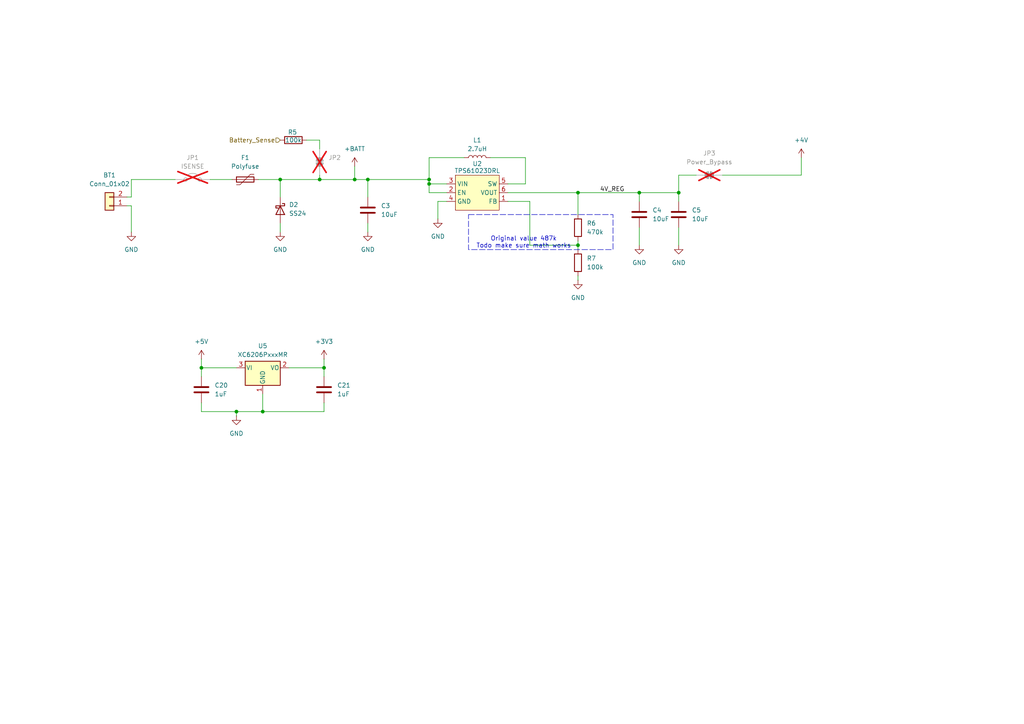
<source format=kicad_sch>
(kicad_sch (version 20231120) (generator "eeschema") (generator_version "8.0")
  (paper "A4")
  (lib_symbols
    (symbol "Connector_Generic:Conn_01x02" (pin_names (offset 1.016) hide)
      (property "Reference" "J" (at 0 2.54 0))
      (property "Value" "Conn_01x02" (at 0 -5.08 0))
      (symbol "Conn_01x02_1_1"
        (rectangle (start -1.27 -2.413) (end 0 -2.667) (stroke (width 0.1524)))
        (rectangle (start -1.27 0.127) (end 0 -0.127) (stroke (width 0.1524)))
        (rectangle (start -1.27 1.27) (end 1.27 -3.81) (stroke (width 0.254)) (fill (type background)))
        (pin passive line (at -5.08 0 0) (length 3.81) (name "Pin_1") (number "1"))
        (pin passive line (at -5.08 -2.54 0) (length 3.81) (name "Pin_2") (number "2"))
      )
    )
    (symbol "Device:C" (pin_numbers hide) (pin_names (offset 0.254))
      (property "Reference" "C" (at 0.635 2.54 0))
      (property "Value" "C" (at 0.635 -2.54 0))
      (symbol "C_0_1"
        (polyline (pts (xy -2.032 -0.762) (xy 2.032 -0.762)) (stroke (width 0.508)))
        (polyline (pts (xy -2.032 0.762) (xy 2.032 0.762)) (stroke (width 0.508)))
      )
      (symbol "C_1_1"
        (pin passive line (at 0 3.81 270) (length 2.794) (name "~") (number "1"))
        (pin passive line (at 0 -3.81 90) (length 2.794) (name "~") (number "2"))
      )
    )
    (symbol "Device:D_Schottky" (pin_numbers hide) (pin_names (offset 1.016) hide)
      (property "Reference" "D" (at 0 2.54 0))
      (property "Value" "D_Schottky" (at 0 -2.54 0))
      (symbol "D_Schottky_0_1"
        (polyline (pts (xy 1.27 0) (xy -1.27 0)))
        (polyline (pts (xy 1.27 1.27) (xy 1.27 -1.27) (xy -1.27 0) (xy 1.27 1.27)) (stroke (width 0.254)))
        (polyline (pts (xy -1.905 0.635) (xy -1.905 1.27) (xy -1.27 1.27) (xy -1.27 -1.27) (xy -0.635 -1.27) (xy -0.635 -0.635)) (stroke (width 0.254)))
      )
      (symbol "D_Schottky_1_1"
        (pin passive line (at -3.81 0 0) (length 2.54) (name "K") (number "1"))
        (pin passive line (at 3.81 0 180) (length 2.54) (name "A") (number "2"))
      )
    )
    (symbol "Device:L" (pin_numbers hide) (pin_names (offset 1.016) hide)
      (property "Reference" "L" (at -1.27 0 90))
      (property "Value" "L" (at 1.905 0 90))
      (symbol "L_0_1"
        (arc (start 0 -2.54) (mid 0.6323 -1.905) (end 0 -1.27))
        (arc (start 0 -1.27) (mid 0.6323 -0.635) (end 0 0))
        (arc (start 0 0) (mid 0.6323 0.635) (end 0 1.27))
        (arc (start 0 1.27) (mid 0.6323 1.905) (end 0 2.54))
      )
      (symbol "L_1_1"
        (pin passive line (at 0 3.81 270) (length 1.27) (name "1") (number "1"))
        (pin passive line (at 0 -3.81 90) (length 1.27) (name "2") (number "2"))
      )
    )
    (symbol "Device:Polyfuse" (pin_numbers hide) (pin_names (offset 0))
      (property "Reference" "F" (at -2.54 0 90))
      (property "Value" "Polyfuse" (at 2.54 0 90))
      (symbol "Polyfuse_0_1"
        (rectangle (start -0.762 2.54) (end 0.762 -2.54) (stroke (width 0.254)))
        (polyline (pts (xy 0 2.54) (xy 0 -2.54)))
        (polyline (pts (xy -1.524 2.54) (xy -1.524 1.524) (xy 1.524 -1.524) (xy 1.524 -2.54)))
      )
      (symbol "Polyfuse_1_1"
        (pin passive line (at 0 3.81 270) (length 1.27) (name "~") (number "1"))
        (pin passive line (at 0 -3.81 90) (length 1.27) (name "~") (number "2"))
      )
    )
    (symbol "Device:R" (pin_numbers hide) (pin_names (offset 0))
      (property "Reference" "R" (at 2.032 0 90))
      (property "Value" "R" (at 0 0 90))
      (symbol "R_0_1"
        (rectangle (start -1.016 -2.54) (end 1.016 2.54) (stroke (width 0.254)))
      )
      (symbol "R_1_1"
        (pin passive line (at 0 3.81 270) (length 1.27) (name "~") (number "1"))
        (pin passive line (at 0 -3.81 90) (length 1.27) (name "~") (number "2"))
      )
    )
    (symbol "Jumper:Jumper_2_Open" (pin_numbers hide) (pin_names (offset 0) hide) (exclude_from_sim yes)
      (property "Reference" "JP" (at 0 2.794 0))
      (property "Value" "Jumper_2_Open" (at 0 -2.286 0))
      (symbol "Jumper_2_Open_0_0"
        (circle (center -2.032 0) (radius 0.508))
        (circle (center 2.032 0) (radius 0.508))
      )
      (symbol "Jumper_2_Open_0_1"
        (arc (start 1.524 1.27) (mid 0 1.778) (end -1.524 1.27))
      )
      (symbol "Jumper_2_Open_1_1"
        (pin passive line (at -5.08 0 0) (length 2.54) (name "A") (number "1"))
        (pin passive line (at 5.08 0 180) (length 2.54) (name "B") (number "2"))
      )
    )
    (symbol "Jumper:SolderJumper_2_Bridged" (pin_numbers hide) (pin_names (offset 0) hide) (exclude_from_sim yes) (in_bom no)
      (property "Reference" "JP" (at 0 2.032 0))
      (property "Value" "SolderJumper_2_Bridged" (at 0 -2.54 0))
      (symbol "SolderJumper_2_Bridged_0_1"
        (rectangle (start -0.508 0.508) (end 0.508 -0.508) (fill (type outline)))
        (arc (start -0.254 1.016) (mid -1.2656 0) (end -0.254 -1.016))
        (arc (start -0.254 1.016) (mid -1.2656 0) (end -0.254 -1.016) (fill (type outline)))
        (polyline (pts (xy -0.254 1.016) (xy -0.254 -1.016)))
        (polyline (pts (xy 0.254 1.016) (xy 0.254 -1.016)))
        (arc (start 0.254 -1.016) (mid 1.2656 0) (end 0.254 1.016))
        (arc (start 0.254 -1.016) (mid 1.2656 0) (end 0.254 1.016) (fill (type outline)))
      )
      (symbol "SolderJumper_2_Bridged_1_1"
        (pin passive line (at -3.81 0 0) (length 2.54) (name "A") (number "1"))
        (pin passive line (at 3.81 0 180) (length 2.54) (name "B") (number "2"))
      )
    )
    (symbol "Regulator_Linear:XC6206PxxxMR" (pin_names (offset 0.254))
      (property "Reference" "U" (at -3.81 3.175 0))
      (property "Value" "XC6206PxxxMR" (at 0 3.175 0))
      (symbol "XC6206PxxxMR_0_1"
        (rectangle (start -5.08 1.905) (end 5.08 -5.08) (stroke (width 0.254)) (fill (type background)))
      )
      (symbol "XC6206PxxxMR_1_1"
        (pin power_in line (at 0 -7.62 90) (length 2.54) (name "GND") (number "1"))
        (pin power_out line (at 7.62 0 180) (length 2.54) (name "VO") (number "2"))
        (pin power_in line (at -7.62 0 0) (length 2.54) (name "VI") (number "3"))
      )
    )
    (symbol "cat:TPS61023DRL"
      (property "Reference" "U" (at 0 2.794 0))
      (property "Value" "TPS61023DRL" (at 0 1.016 0))
      (property "LCSC Part #" "C919459" (at 0 0 0))
      (symbol "TPS61023DRL_1_1"
        (rectangle (start -6.35 0) (end 6.35 -10.16) (fill (type background)))
        (pin input line (at 8.89 -7.62 180) (length 2.54) (name "FB") (number "1"))
        (pin input line (at -8.89 -5.08 0) (length 2.54) (name "EN") (number "2"))
        (pin power_in line (at -8.89 -2.54 0) (length 2.54) (name "VIN") (number "3"))
        (pin power_in line (at -8.89 -7.62 0) (length 2.54) (name "GND") (number "4"))
        (pin unspecified line (at 8.89 -2.54 180) (length 2.54) (name "SW") (number "5"))
        (pin power_out line (at 8.89 -5.08 180) (length 2.54) (name "VOUT") (number "6"))
      )
    )
    (symbol "power:+3V3" (power) (pin_numbers hide) (pin_names (offset 0) hide)
      (property "Value" "+3V3" (at 0 3.556 0))
      (symbol "+3V3_0_1"
        (polyline (pts (xy -0.762 1.27) (xy 0 2.54)))
        (polyline (pts (xy 0 0) (xy 0 2.54)))
        (polyline (pts (xy 0 2.54) (xy 0.762 1.27)))
      )
      (symbol "+3V3_1_1"
        (pin power_in line (at 0 0 90) (length 0) (name "~") (number "1"))
      )
    )
    (symbol "power:+4V" (power) (pin_numbers hide) (pin_names (offset 0) hide)
      (property "Value" "+4V" (at 0 3.556 0))
      (symbol "+4V_0_1"
        (polyline (pts (xy -0.762 1.27) (xy 0 2.54)))
        (polyline (pts (xy 0 0) (xy 0 2.54)))
        (polyline (pts (xy 0 2.54) (xy 0.762 1.27)))
      )
      (symbol "+4V_1_1"
        (pin power_in line (at 0 0 90) (length 0) (name "~") (number "1"))
      )
    )
    (symbol "power:+5V" (power) (pin_numbers hide) (pin_names (offset 0) hide)
      (property "Value" "+5V" (at 0 3.556 0))
      (symbol "+5V_0_1"
        (polyline (pts (xy -0.762 1.27) (xy 0 2.54)))
        (polyline (pts (xy 0 0) (xy 0 2.54)))
        (polyline (pts (xy 0 2.54) (xy 0.762 1.27)))
      )
      (symbol "+5V_1_1"
        (pin power_in line (at 0 0 90) (length 0) (name "~") (number "1"))
      )
    )
    (symbol "power:+BATT" (power) (pin_numbers hide) (pin_names (offset 0) hide)
      (property "Value" "+BATT" (at 0 3.556 0))
      (symbol "+BATT_0_1"
        (polyline (pts (xy -0.762 1.27) (xy 0 2.54)))
        (polyline (pts (xy 0 0) (xy 0 2.54)))
        (polyline (pts (xy 0 2.54) (xy 0.762 1.27)))
      )
      (symbol "+BATT_1_1"
        (pin power_in line (at 0 0 90) (length 0) (name "~") (number "1"))
      )
    )
    (symbol "power:GND" (power) (pin_numbers hide) (pin_names (offset 0) hide)
      (property "Value" "GND" (at 0 -3.81 0))
      (symbol "GND_0_1"
        (polyline (pts (xy 0 0) (xy 0 -1.27) (xy 1.27 -1.27) (xy 0 -2.54) (xy -1.27 -1.27) (xy 0 -1.27)))
      )
      (symbol "GND_1_1"
        (pin power_in line (at 0 0 270) (length 0) (name "~") (number "1"))
      )
    )
  )
  (junction (at 124.46 52.07))
  (junction (at 58.42 106.68))
  (junction (at 81.28 52.07))
  (junction (at 68.58 119.38))
  (junction (at 124.46 53.34))
  (junction (at 93.98 106.68))
  (junction (at 106.68 52.07))
  (junction (at 76.2 119.38))
  (junction (at 167.64 55.88))
  (junction (at 102.87 52.07))
  (junction (at 185.42 55.88))
  (junction (at 196.85 55.88))
  (junction (at 92.71 52.07))
  (junction (at 167.64 71.12))
  (wire (pts (xy 167.64 71.12) (xy 167.64 72.39)))
  (wire (pts (xy 167.64 71.12) (xy 167.64 69.85)))
  (wire (pts (xy 134.62 45.72) (xy 124.46 45.72)))
  (wire (pts (xy 92.71 52.07) (xy 102.87 52.07)))
  (wire (pts (xy 127 58.42) (xy 129.54 58.42)))
  (wire (pts (xy 196.85 50.8) (xy 196.85 55.88)))
  (wire (pts (xy 152.4 45.72) (xy 142.24 45.72)))
  (wire (pts (xy 124.46 53.34) (xy 129.54 53.34)))
  (wire (pts (xy 102.87 52.07) (xy 106.68 52.07)))
  (wire (pts (xy 196.85 66.04) (xy 196.85 71.12)))
  (wire (pts (xy 152.4 53.34) (xy 152.4 45.72)))
  (wire (pts (xy 147.32 55.88) (xy 167.64 55.88)))
  (wire (pts (xy 196.85 55.88) (xy 196.85 58.42)))
  (wire (pts (xy 92.71 40.64) (xy 92.71 43.18)))
  (wire (pts (xy 167.64 81.28) (xy 167.64 80.01)))
  (wire (pts (xy 58.42 119.38) (xy 68.58 119.38)))
  (wire (pts (xy 58.42 116.84) (xy 58.42 119.38)))
  (wire (pts (xy 106.68 52.07) (xy 124.46 52.07)))
  (wire (pts (xy 93.98 106.68) (xy 93.98 109.22)))
  (wire (pts (xy 147.32 53.34) (xy 152.4 53.34)))
  (wire (pts (xy 232.41 45.72) (xy 232.41 50.8)))
  (wire (pts (xy 124.46 45.72) (xy 124.46 52.07)))
  (wire (pts (xy 106.68 64.77) (xy 106.68 67.31)))
  (wire (pts (xy 124.46 52.07) (xy 124.46 53.34)))
  (wire (pts (xy 81.28 52.07) (xy 92.71 52.07)))
  (wire (pts (xy 92.71 50.8) (xy 92.71 52.07)))
  (wire (pts (xy 185.42 66.04) (xy 185.42 71.12)))
  (wire (pts (xy 38.1 52.07) (xy 38.1 57.15)))
  (wire (pts (xy 38.1 59.69) (xy 38.1 67.31)))
  (wire (pts (xy 201.93 50.8) (xy 196.85 50.8)))
  (wire (pts (xy 68.58 120.65) (xy 68.58 119.38)))
  (wire (pts (xy 167.64 55.88) (xy 167.64 62.23)))
  (wire (pts (xy 38.1 52.07) (xy 50.8 52.07)))
  (wire (pts (xy 58.42 106.68) (xy 68.58 106.68)))
  (wire (pts (xy 209.55 50.8) (xy 232.41 50.8)))
  (wire (pts (xy 106.68 52.07) (xy 106.68 57.15)))
  (wire (pts (xy 58.42 109.22) (xy 58.42 106.68)))
  (wire (pts (xy 147.32 58.42) (xy 153.67 58.42)))
  (wire (pts (xy 127 58.42) (xy 127 63.5)))
  (wire (pts (xy 167.64 55.88) (xy 185.42 55.88)))
  (wire (pts (xy 38.1 57.15) (xy 36.83 57.15)))
  (wire (pts (xy 74.93 52.07) (xy 81.28 52.07)))
  (wire (pts (xy 153.67 58.42) (xy 153.67 71.12)))
  (wire (pts (xy 102.87 48.26) (xy 102.87 52.07)))
  (wire (pts (xy 153.67 71.12) (xy 167.64 71.12)))
  (wire (pts (xy 124.46 55.88) (xy 129.54 55.88)))
  (wire (pts (xy 185.42 55.88) (xy 196.85 55.88)))
  (wire (pts (xy 185.42 55.88) (xy 185.42 58.42)))
  (wire (pts (xy 93.98 104.14) (xy 93.98 106.68)))
  (wire (pts (xy 93.98 119.38) (xy 93.98 116.84)))
  (wire (pts (xy 60.96 52.07) (xy 67.31 52.07)))
  (wire (pts (xy 83.82 106.68) (xy 93.98 106.68)))
  (wire (pts (xy 76.2 119.38) (xy 93.98 119.38)))
  (wire (pts (xy 88.9 40.64) (xy 92.71 40.64)))
  (wire (pts (xy 76.2 114.3) (xy 76.2 119.38)))
  (wire (pts (xy 81.28 64.77) (xy 81.28 67.31)))
  (wire (pts (xy 36.83 59.69) (xy 38.1 59.69)))
  (wire (pts (xy 68.58 119.38) (xy 76.2 119.38)))
  (wire (pts (xy 58.42 104.14) (xy 58.42 106.68)))
  (wire (pts (xy 124.46 55.88) (xy 124.46 53.34)))
  (wire (pts (xy 81.28 52.07) (xy 81.28 57.15)))
  (rectangle (start 135.89 62.23) (end 177.8 72.39) (stroke (width 0) (type dash)))
  (text "Original value 487k\nTodo make sure math works" (at 151.892 70.358 0) (effects (font (size 1.27 1.27))))
  (label "4V_REG" (at 173.99 55.88 0))
  (hierarchical_label "Battery_Sense" (shape input) (at 81.28 40.64 180))
  (symbol (lib_id "Device:C") (at 185.42 62.23 0) (unit 1)
    (property "Reference" "C4" (at 189.23 60.9599 0) (effects (justify left)))
    (property "Value" "10uF" (at 189.23 63.4999 0) (effects (justify left)))
    (property "Footprint" "Capacitor_SMD:C_0805_2012Metric" (effects (hide yes)))
    (property "Description" "Unpolarized capacitor" (effects (hide yes)))
    (property "LCSC Part #" "C15850" (effects (hide yes)))
  )
  (symbol (lib_id "Jumper:SolderJumper_2_Bridged") (at 205.74 50.8 0) (unit 1) (exclude_from_sim yes) (in_bom no) (dnp yes)
    (property "Reference" "JP3" (at 205.74 44.45 0))
    (property "Value" "Power_Bypass" (at 205.74 46.99 0))
    (property "Footprint" "Jumper:SolderJumper-2_P1.3mm_Bridged2Bar_RoundedPad1.0x1.5mm" (effects (hide yes)))
    (property "Description" "Solder Jumper, 2-pole, closed/bridged" (effects (hide yes)))
  )
  (symbol (lib_id "power:+4V") (at 232.41 45.72 0) (unit 1)
    (property "Reference" "#PWR44" (effects (hide yes)))
    (property "Value" "+4V" (at 232.41 40.64 0))
    (property "Description" "Power symbol creates a global label with name \"+4V\"" (effects (hide yes)))
  )
  (symbol (lib_id "Connector_Generic:Conn_01x02") (at 31.75 59.69 180) (unit 1)
    (property "Reference" "BT1" (at 31.75 50.8 0))
    (property "Value" "Conn_01x02" (at 31.75 53.34 0))
    (property "Footprint" "Connector_JST:JST_PH_S2B-PH-SM4-TB_1x02-1MP_P2.00mm_Horizontal" (effects (hide yes)))
    (property "Description" "Generic connector, single row, 01x02, script generated (kicad-library-utils/schlib/autogen/connector/)" (effects (hide yes)))
    (property "DK #" "36-2466-ND" (effects (hide yes)))
    (property "LCSC Part #" "C47647" (effects (hide yes)))
  )
  (symbol (lib_id "Jumper:SolderJumper_2_Bridged") (at 92.71 46.99 90) (unit 1) (exclude_from_sim yes) (in_bom no) (dnp yes)
    (property "Reference" "JP2" (at 95.25 45.7199 90) (effects (justify right)))
    (property "Value" "SolderJumper_2_Bridged" (effects (hide yes)))
    (property "Footprint" "Jumper:SolderJumper-2_P1.3mm_Bridged2Bar_RoundedPad1.0x1.5mm" (effects (hide yes)))
    (property "Description" "Solder Jumper, 2-pole, closed/bridged" (effects (hide yes)))
  )
  (symbol (lib_id "Jumper:Jumper_2_Open") (at 55.88 52.07 0) (unit 1) (exclude_from_sim yes) (dnp yes)
    (property "Reference" "JP1" (at 55.88 45.72 0))
    (property "Value" "ISENSE" (at 55.88 48.26 0))
    (property "Footprint" "Jumper:SolderJumper-2_P1.3mm_Bridged2Bar_RoundedPad1.0x1.5mm" (effects (hide yes)))
    (property "Description" "Jumper, 2-pole, open" (effects (hide yes)))
  )
  (symbol (lib_id "power:GND") (at 81.28 67.31 0) (unit 1)
    (property "Reference" "#PWR11" (effects (hide yes)))
    (property "Value" "GND" (at 81.28 72.39 0))
    (property "Description" "Power symbol creates a global label with name \"GND\" , ground" (effects (hide yes)))
  )
  (symbol (lib_id "Device:C") (at 93.98 113.03 180) (unit 1)
    (property "Reference" "C21" (at 97.79 111.7599 0) (effects (justify right)))
    (property "Value" "1uF" (at 97.79 114.2999 0) (effects (justify right)))
    (property "Footprint" "Capacitor_SMD:C_0805_2012Metric" (effects (hide yes)))
    (property "Description" "Unpolarized capacitor" (effects (hide yes)))
    (property "LCSC Part #" "C28323" (effects (hide yes)))
  )
  (symbol (lib_id "Device:R") (at 167.64 76.2 0) (unit 1)
    (property "Reference" "R7" (at 170.18 74.9299 0) (effects (justify left)))
    (property "Value" "100k" (at 170.18 77.4699 0) (effects (justify left)))
    (property "Footprint" "Resistor_SMD:R_0603_1608Metric" (effects (hide yes)))
    (property "Description" "Resistor" (effects (hide yes)))
    (property "LCSC Part #" "C25803" (effects (hide yes)))
  )
  (symbol (lib_id "power:GND") (at 196.85 71.12 0) (unit 1)
    (property "Reference" "#PWR16" (effects (hide yes)))
    (property "Value" "GND" (at 196.85 76.2 0))
    (property "Description" "Power symbol creates a global label with name \"GND\" , ground" (effects (hide yes)))
  )
  (symbol (lib_id "power:GND") (at 167.64 81.28 0) (unit 1)
    (property "Reference" "#PWR14" (effects (hide yes)))
    (property "Value" "GND" (at 167.64 86.36 0))
    (property "Description" "Power symbol creates a global label with name \"GND\" , ground" (effects (hide yes)))
  )
  (symbol (lib_id "power:GND") (at 38.1 67.31 0) (unit 1)
    (property "Reference" "#PWR1" (effects (hide yes)))
    (property "Value" "GND" (at 38.1 72.39 0))
    (property "Description" "Power symbol creates a global label with name \"GND\" , ground" (effects (hide yes)))
  )
  (symbol (lib_id "power:+BATT") (at 102.87 48.26 0) (unit 1)
    (property "Reference" "#PWR46" (effects (hide yes)))
    (property "Value" "+BATT" (at 102.87 43.18 0))
    (property "Description" "Power symbol creates a global label with name \"+BATT\"" (effects (hide yes)))
  )
  (symbol (lib_id "power:GND") (at 127 63.5 0) (unit 1)
    (property "Reference" "#PWR13" (effects (hide yes)))
    (property "Value" "GND" (at 127 68.58 0))
    (property "Description" "Power symbol creates a global label with name \"GND\" , ground" (effects (hide yes)))
  )
  (symbol (lib_id "power:GND") (at 106.68 67.31 0) (unit 1)
    (property "Reference" "#PWR12" (effects (hide yes)))
    (property "Value" "GND" (at 106.68 72.39 0))
    (property "Description" "Power symbol creates a global label with name \"GND\" , ground" (effects (hide yes)))
  )
  (symbol (lib_id "power:GND") (at 185.42 71.12 0) (unit 1)
    (property "Reference" "#PWR15" (effects (hide yes)))
    (property "Value" "GND" (at 185.42 76.2 0))
    (property "Description" "Power symbol creates a global label with name \"GND\" , ground" (effects (hide yes)))
  )
  (symbol (lib_id "power:+5V") (at 58.42 104.14 0) (unit 1)
    (property "Reference" "#PWR17" (effects (hide yes)))
    (property "Value" "+5V" (at 58.42 99.06 0))
    (property "Description" "Power symbol creates a global label with name \"+5V\"" (effects (hide yes)))
  )
  (symbol (lib_id "power:+3V3") (at 93.98 104.14 0) (unit 1)
    (property "Reference" "#PWR45" (effects (hide yes)))
    (property "Value" "+3V3" (at 93.98 99.06 0))
    (property "Description" "Power symbol creates a global label with name \"+3V3\"" (effects (hide yes)))
  )
  (symbol (lib_id "Device:R") (at 167.64 66.04 0) (unit 1)
    (property "Reference" "R6" (at 170.18 64.7699 0) (effects (justify left)))
    (property "Value" "470k" (at 170.18 67.3099 0) (effects (justify left)))
    (property "Footprint" "Resistor_SMD:R_0603_1608Metric" (effects (hide yes)))
    (property "Description" "Resistor" (effects (hide yes)))
    (property "LCSC Part #" "C23178 " (effects (hide yes)))
  )
  (symbol (lib_id "Device:L") (at 138.43 45.72 90) (unit 1)
    (property "Reference" "L1" (at 138.43 40.64 90))
    (property "Value" "2.7uH" (at 138.43 43.18 90))
    (property "Footprint" "cat:Inductor_0806" (effects (hide yes)))
    (property "Description" "Inductor" (effects (hide yes)))
    (property "LCSC Part #" "C139222" (effects (hide yes)))
  )
  (symbol (lib_id "Device:C") (at 106.68 60.96 0) (unit 1)
    (property "Reference" "C3" (at 110.49 59.6899 0) (effects (justify left)))
    (property "Value" "10uF" (at 110.49 62.2299 0) (effects (justify left)))
    (property "Footprint" "Capacitor_SMD:C_0805_2012Metric" (effects (hide yes)))
    (property "Description" "Unpolarized capacitor" (effects (hide yes)))
    (property "LCSC Part #" "C15850" (effects (hide yes)))
  )
  (symbol (lib_id "Device:Polyfuse") (at 71.12 52.07 90) (unit 1)
    (property "Reference" "F1" (at 71.12 45.72 90))
    (property "Value" "Polyfuse" (at 71.12 48.26 90))
    (property "Footprint" "Fuse:Fuse_1206_3216Metric" (effects (hide yes)))
    (property "Datasheet" "https://wmsc.lcsc.com/wmsc/upload/file/pdf/v2/lcsc/2401281235_LUTE-1206L012-60NR_C7542928.pdf" (effects (hide yes)))
    (property "Description" "Resettable fuse, polymeric positive temperature coefficient" (effects (hide yes)))
    (property "LCSC Part #" "C7542928" (effects (hide yes)))
  )
  (symbol (lib_id "power:GND") (at 68.58 120.65 0) (unit 1)
    (property "Reference" "#PWR43" (effects (hide yes)))
    (property "Value" "GND" (at 68.58 125.73 0))
    (property "Description" "Power symbol creates a global label with name \"GND\" , ground" (effects (hide yes)))
  )
  (symbol (lib_id "Regulator_Linear:XC6206PxxxMR") (at 76.2 106.68 0) (unit 1)
    (property "Reference" "U5" (at 76.2 100.33 0))
    (property "Value" "XC6206PxxxMR" (at 76.2 102.87 0))
    (property "Footprint" "Package_TO_SOT_SMD:SOT-23-3" (effects (hide yes)))
    (property "Datasheet" "https://www.torexsemi.com/file/xc6206/XC6206.pdf" (effects (hide yes)))
    (property "Description" "Positive 60-250mA Low Dropout Regulator, Fixed Output, SOT-23" (effects (hide yes)))
    (property "LCSC Part #" "C5446" (effects (hide yes)))
  )
  (symbol (lib_id "Device:C") (at 196.85 62.23 0) (unit 1)
    (property "Reference" "C5" (at 200.66 60.9599 0) (effects (justify left)))
    (property "Value" "10uF" (at 200.66 63.4999 0) (effects (justify left)))
    (property "Footprint" "Capacitor_SMD:C_0805_2012Metric" (effects (hide yes)))
    (property "Description" "Unpolarized capacitor" (effects (hide yes)))
    (property "LCSC Part #" "C15850" (effects (hide yes)))
  )
  (symbol (lib_id "Device:C") (at 58.42 113.03 180) (unit 1)
    (property "Reference" "C20" (at 62.23 111.7599 0) (effects (justify right)))
    (property "Value" "1uF" (at 62.23 114.2999 0) (effects (justify right)))
    (property "Footprint" "Capacitor_SMD:C_0805_2012Metric" (effects (hide yes)))
    (property "Description" "Unpolarized capacitor" (effects (hide yes)))
    (property "LCSC Part #" "C28323" (effects (hide yes)))
  )
  (symbol (lib_id "Device:R") (at 85.09 40.64 90) (unit 1)
    (property "Reference" "R5" (at 84.836 38.354 90))
    (property "Value" "100k" (at 85.09 40.64 90))
    (property "Footprint" "Resistor_SMD:R_0603_1608Metric" (effects (hide yes)))
    (property "Description" "Resistor" (effects (hide yes)))
    (property "LCSC Part #" "C25803" (effects (hide yes)))
  )
  (symbol (lib_id "Device:D_Schottky") (at 81.28 60.96 270) (unit 1)
    (property "Reference" "D2" (at 83.82 59.3724 90) (effects (justify left)))
    (property "Value" "SS24" (at 83.82 61.9124 90) (effects (justify left)))
    (property "Footprint" "Diode_SMD:D_SMA" (effects (hide yes)))
    (property "Datasheet" "https://wmsc.lcsc.com/wmsc/upload/file/pdf/v2/lcsc/2401290920_hongjiacheng-SS24_C7420362.pdf" (effects (hide yes)))
    (property "Description" "Schottky diode" (effects (hide yes)))
    (property "LCSC Part #" "C7420362" (effects (hide yes)))
    (property "JLCPCB Rotation Offset" "180" (effects (hide yes)))
  )
  (symbol (lib_id "cat:TPS61023DRL") (at 138.43 50.8 0) (unit 1)
    (property "Reference" "U2" (at 138.43 47.498 0))
    (property "Value" "TPS61023DRL" (at 138.43 49.53 0))
    (property "Footprint" "Package_TO_SOT_SMD:SOT-563" (effects (hide yes)))
    (property "LCSC Part #" "C919459" (effects (hide yes)))
  )
)
</source>
